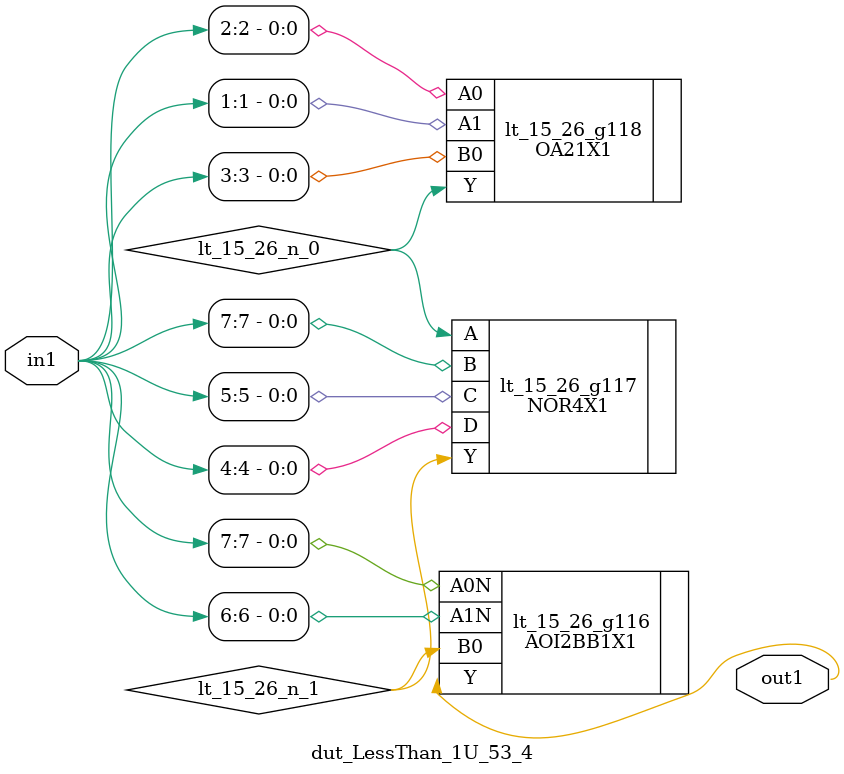
<source format=v>
`timescale 1ps / 1ps


module dut_LessThan_1U_53_4(in1, out1);
  input [7:0] in1;
  output out1;
  wire [7:0] in1;
  wire out1;
  wire lt_15_26_n_0, lt_15_26_n_1;
  AOI2BB1X1 lt_15_26_g116(.A0N (in1[7]), .A1N (in1[6]), .B0
       (lt_15_26_n_1), .Y (out1));
  NOR4X1 lt_15_26_g117(.A (lt_15_26_n_0), .B (in1[7]), .C (in1[5]), .D
       (in1[4]), .Y (lt_15_26_n_1));
  OA21X1 lt_15_26_g118(.A0 (in1[2]), .A1 (in1[1]), .B0 (in1[3]), .Y
       (lt_15_26_n_0));
endmodule



</source>
